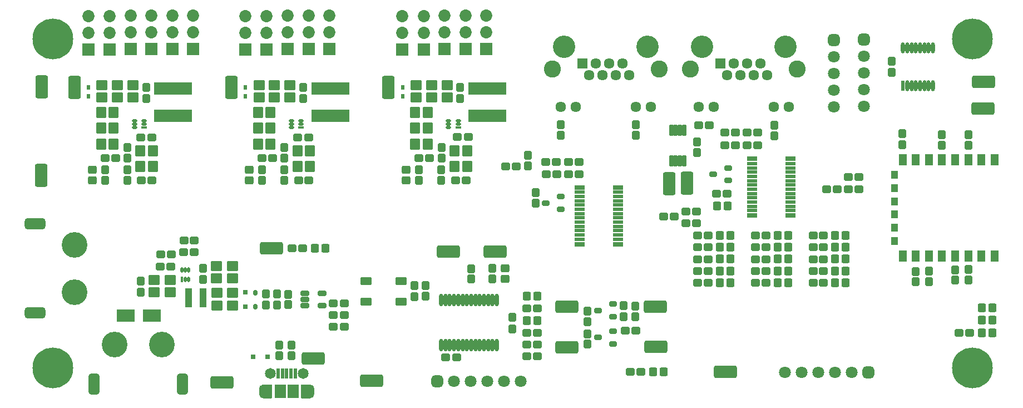
<source format=gts>
G04*
G04 #@! TF.GenerationSoftware,Altium Limited,Altium Designer,22.4.2 (48)*
G04*
G04 Layer_Color=8388736*
%FSLAX44Y44*%
%MOMM*%
G71*
G04*
G04 #@! TF.SameCoordinates,B701488B-7258-471B-98CB-2349E65484A3*
G04*
G04*
G04 #@! TF.FilePolarity,Negative*
G04*
G01*
G75*
%ADD54C,0.7032*%
%ADD55O,0.6532X1.9032*%
%ADD56R,1.5532X0.6032*%
%ADD57R,1.5532X0.8032*%
G04:AMPARAMS|DCode=58|XSize=3.5032mm|YSize=1.9032mm|CornerRadius=0.3141mm|HoleSize=0mm|Usage=FLASHONLY|Rotation=180.000|XOffset=0mm|YOffset=0mm|HoleType=Round|Shape=RoundedRectangle|*
%AMROUNDEDRECTD58*
21,1,3.5032,1.2750,0,0,180.0*
21,1,2.8750,1.9032,0,0,180.0*
1,1,0.6282,-1.4375,0.6375*
1,1,0.6282,1.4375,0.6375*
1,1,0.6282,1.4375,-0.6375*
1,1,0.6282,-1.4375,-0.6375*
%
%ADD58ROUNDEDRECTD58*%
G04:AMPARAMS|DCode=59|XSize=3.5032mm|YSize=1.9032mm|CornerRadius=0.3141mm|HoleSize=0mm|Usage=FLASHONLY|Rotation=90.000|XOffset=0mm|YOffset=0mm|HoleType=Round|Shape=RoundedRectangle|*
%AMROUNDEDRECTD59*
21,1,3.5032,1.2750,0,0,90.0*
21,1,2.8750,1.9032,0,0,90.0*
1,1,0.6282,0.6375,1.4375*
1,1,0.6282,0.6375,-1.4375*
1,1,0.6282,-0.6375,-1.4375*
1,1,0.6282,-0.6375,1.4375*
%
%ADD59ROUNDEDRECTD59*%
G04:AMPARAMS|DCode=60|XSize=1.2032mm|YSize=1.3032mm|CornerRadius=0.1766mm|HoleSize=0mm|Usage=FLASHONLY|Rotation=180.000|XOffset=0mm|YOffset=0mm|HoleType=Round|Shape=RoundedRectangle|*
%AMROUNDEDRECTD60*
21,1,1.2032,0.9500,0,0,180.0*
21,1,0.8500,1.3032,0,0,180.0*
1,1,0.3532,-0.4250,0.4750*
1,1,0.3532,0.4250,0.4750*
1,1,0.3532,0.4250,-0.4750*
1,1,0.3532,-0.4250,-0.4750*
%
%ADD60ROUNDEDRECTD60*%
G04:AMPARAMS|DCode=61|XSize=1.2032mm|YSize=1.3032mm|CornerRadius=0.1766mm|HoleSize=0mm|Usage=FLASHONLY|Rotation=90.000|XOffset=0mm|YOffset=0mm|HoleType=Round|Shape=RoundedRectangle|*
%AMROUNDEDRECTD61*
21,1,1.2032,0.9500,0,0,90.0*
21,1,0.8500,1.3032,0,0,90.0*
1,1,0.3532,0.4750,0.4250*
1,1,0.3532,0.4750,-0.4250*
1,1,0.3532,-0.4750,-0.4250*
1,1,0.3532,-0.4750,0.4250*
%
%ADD61ROUNDEDRECTD61*%
%ADD62R,1.1032X1.2032*%
%ADD63R,1.2032X1.8032*%
%ADD64R,0.6032X1.5532*%
%ADD65R,1.7032X2.1032*%
%ADD66R,0.8200X0.4500*%
%ADD67O,0.8200X0.4500*%
%ADD68O,0.6000X1.6500*%
%ADD69R,0.6000X1.6500*%
G04:AMPARAMS|DCode=70|XSize=1.3032mm|YSize=1.2032mm|CornerRadius=0.1766mm|HoleSize=0mm|Usage=FLASHONLY|Rotation=270.000|XOffset=0mm|YOffset=0mm|HoleType=Round|Shape=RoundedRectangle|*
%AMROUNDEDRECTD70*
21,1,1.3032,0.8500,0,0,270.0*
21,1,0.9500,1.2032,0,0,270.0*
1,1,0.3532,-0.4250,-0.4750*
1,1,0.3532,-0.4250,0.4750*
1,1,0.3532,0.4250,0.4750*
1,1,0.3532,0.4250,-0.4750*
%
%ADD70ROUNDEDRECTD70*%
%ADD71R,0.7932X0.6532*%
G04:AMPARAMS|DCode=72|XSize=0.7932mm|YSize=0.6532mm|CornerRadius=0.1354mm|HoleSize=0mm|Usage=FLASHONLY|Rotation=90.000|XOffset=0mm|YOffset=0mm|HoleType=Round|Shape=RoundedRectangle|*
%AMROUNDEDRECTD72*
21,1,0.7932,0.3825,0,0,90.0*
21,1,0.5225,0.6532,0,0,90.0*
1,1,0.2707,0.1913,0.2612*
1,1,0.2707,0.1913,-0.2612*
1,1,0.2707,-0.1913,-0.2612*
1,1,0.2707,-0.1913,0.2612*
%
%ADD72ROUNDEDRECTD72*%
G04:AMPARAMS|DCode=73|XSize=1.3032mm|YSize=1.2032mm|CornerRadius=0.2016mm|HoleSize=0mm|Usage=FLASHONLY|Rotation=270.000|XOffset=0mm|YOffset=0mm|HoleType=Round|Shape=RoundedRectangle|*
%AMROUNDEDRECTD73*
21,1,1.3032,0.8000,0,0,270.0*
21,1,0.9000,1.2032,0,0,270.0*
1,1,0.4032,-0.4000,-0.4500*
1,1,0.4032,-0.4000,0.4500*
1,1,0.4032,0.4000,0.4500*
1,1,0.4032,0.4000,-0.4500*
%
%ADD73ROUNDEDRECTD73*%
G04:AMPARAMS|DCode=74|XSize=0.8032mm|YSize=1.1032mm|CornerRadius=0.1466mm|HoleSize=0mm|Usage=FLASHONLY|Rotation=270.000|XOffset=0mm|YOffset=0mm|HoleType=Round|Shape=RoundedRectangle|*
%AMROUNDEDRECTD74*
21,1,0.8032,0.8100,0,0,270.0*
21,1,0.5100,1.1032,0,0,270.0*
1,1,0.2932,-0.4050,-0.2550*
1,1,0.2932,-0.4050,0.2550*
1,1,0.2932,0.4050,0.2550*
1,1,0.2932,0.4050,-0.2550*
%
%ADD74ROUNDEDRECTD74*%
G04:AMPARAMS|DCode=75|XSize=1.3032mm|YSize=0.8032mm|CornerRadius=0.1316mm|HoleSize=0mm|Usage=FLASHONLY|Rotation=0.000|XOffset=0mm|YOffset=0mm|HoleType=Round|Shape=RoundedRectangle|*
%AMROUNDEDRECTD75*
21,1,1.3032,0.5400,0,0,0.0*
21,1,1.0400,0.8032,0,0,0.0*
1,1,0.2632,0.5200,-0.2700*
1,1,0.2632,-0.5200,-0.2700*
1,1,0.2632,-0.5200,0.2700*
1,1,0.2632,0.5200,0.2700*
%
%ADD75ROUNDEDRECTD75*%
%ADD76R,0.4500X0.8200*%
%ADD77O,0.4500X0.8200*%
G04:AMPARAMS|DCode=78|XSize=0.6mm|YSize=1.7mm|CornerRadius=0.1245mm|HoleSize=0mm|Usage=FLASHONLY|Rotation=180.000|XOffset=0mm|YOffset=0mm|HoleType=Round|Shape=RoundedRectangle|*
%AMROUNDEDRECTD78*
21,1,0.6000,1.4510,0,0,180.0*
21,1,0.3510,1.7000,0,0,180.0*
1,1,0.2490,-0.1755,0.7255*
1,1,0.2490,0.1755,0.7255*
1,1,0.2490,0.1755,-0.7255*
1,1,0.2490,-0.1755,-0.7255*
%
%ADD78ROUNDEDRECTD78*%
G04:AMPARAMS|DCode=79|XSize=1.3032mm|YSize=1.2032mm|CornerRadius=0.1766mm|HoleSize=0mm|Usage=FLASHONLY|Rotation=0.000|XOffset=0mm|YOffset=0mm|HoleType=Round|Shape=RoundedRectangle|*
%AMROUNDEDRECTD79*
21,1,1.3032,0.8500,0,0,0.0*
21,1,0.9500,1.2032,0,0,0.0*
1,1,0.3532,0.4750,-0.4250*
1,1,0.3532,-0.4750,-0.4250*
1,1,0.3532,-0.4750,0.4250*
1,1,0.3532,0.4750,0.4250*
%
%ADD79ROUNDEDRECTD79*%
G04:AMPARAMS|DCode=80|XSize=1.5032mm|YSize=1.7032mm|CornerRadius=0.1991mm|HoleSize=0mm|Usage=FLASHONLY|Rotation=0.000|XOffset=0mm|YOffset=0mm|HoleType=Round|Shape=RoundedRectangle|*
%AMROUNDEDRECTD80*
21,1,1.5032,1.3050,0,0,0.0*
21,1,1.1050,1.7032,0,0,0.0*
1,1,0.3982,0.5525,-0.6525*
1,1,0.3982,-0.5525,-0.6525*
1,1,0.3982,-0.5525,0.6525*
1,1,0.3982,0.5525,0.6525*
%
%ADD80ROUNDEDRECTD80*%
G04:AMPARAMS|DCode=81|XSize=1.3032mm|YSize=1.2032mm|CornerRadius=0.2016mm|HoleSize=0mm|Usage=FLASHONLY|Rotation=180.000|XOffset=0mm|YOffset=0mm|HoleType=Round|Shape=RoundedRectangle|*
%AMROUNDEDRECTD81*
21,1,1.3032,0.8000,0,0,180.0*
21,1,0.9000,1.2032,0,0,180.0*
1,1,0.4032,-0.4500,0.4000*
1,1,0.4032,0.4500,0.4000*
1,1,0.4032,0.4500,-0.4000*
1,1,0.4032,-0.4500,-0.4000*
%
%ADD81ROUNDEDRECTD81*%
%ADD82R,0.6032X0.6832*%
G04:AMPARAMS|DCode=83|XSize=1.5032mm|YSize=1.7032mm|CornerRadius=0.1991mm|HoleSize=0mm|Usage=FLASHONLY|Rotation=90.000|XOffset=0mm|YOffset=0mm|HoleType=Round|Shape=RoundedRectangle|*
%AMROUNDEDRECTD83*
21,1,1.5032,1.3050,0,0,90.0*
21,1,1.1050,1.7032,0,0,90.0*
1,1,0.3982,0.6525,0.5525*
1,1,0.3982,0.6525,-0.5525*
1,1,0.3982,-0.6525,-0.5525*
1,1,0.3982,-0.6525,0.5525*
%
%ADD83ROUNDEDRECTD83*%
%ADD84R,5.8032X1.8532*%
%ADD85R,1.0032X2.9032*%
G04:AMPARAMS|DCode=86|XSize=1.75mm|YSize=1.2mm|CornerRadius=0.175mm|HoleSize=0mm|Usage=FLASHONLY|Rotation=0.000|XOffset=0mm|YOffset=0mm|HoleType=Round|Shape=RoundedRectangle|*
%AMROUNDEDRECTD86*
21,1,1.7500,0.8500,0,0,0.0*
21,1,1.4000,1.2000,0,0,0.0*
1,1,0.3500,0.7000,-0.4250*
1,1,0.3500,-0.7000,-0.4250*
1,1,0.3500,-0.7000,0.4250*
1,1,0.3500,0.7000,0.4250*
%
%ADD86ROUNDEDRECTD86*%
%ADD87R,0.6532X0.7932*%
%ADD88R,2.7032X1.9032*%
%ADD89C,1.6112*%
%ADD90R,1.6112X1.6112*%
%ADD91C,2.6032*%
%ADD92C,3.4032*%
%ADD93C,1.8000*%
G04:AMPARAMS|DCode=94|XSize=1.8mm|YSize=1.8mm|CornerRadius=0.5mm|HoleSize=0mm|Usage=FLASHONLY|Rotation=180.000|XOffset=0mm|YOffset=0mm|HoleType=Round|Shape=RoundedRectangle|*
%AMROUNDEDRECTD94*
21,1,1.8000,0.8000,0,0,180.0*
21,1,0.8000,1.8000,0,0,180.0*
1,1,1.0000,-0.4000,0.4000*
1,1,1.0000,0.4000,0.4000*
1,1,1.0000,0.4000,-0.4000*
1,1,1.0000,-0.4000,-0.4000*
%
%ADD94ROUNDEDRECTD94*%
%ADD95C,1.6532*%
G04:AMPARAMS|DCode=96|XSize=1.8mm|YSize=1.8mm|CornerRadius=0.5mm|HoleSize=0mm|Usage=FLASHONLY|Rotation=270.000|XOffset=0mm|YOffset=0mm|HoleType=Round|Shape=RoundedRectangle|*
%AMROUNDEDRECTD96*
21,1,1.8000,0.8000,0,0,270.0*
21,1,0.8000,1.8000,0,0,270.0*
1,1,1.0000,-0.4000,-0.4000*
1,1,1.0000,-0.4000,0.4000*
1,1,1.0000,0.4000,0.4000*
1,1,1.0000,0.4000,-0.4000*
%
%ADD96ROUNDEDRECTD96*%
%ADD97C,3.9032*%
G04:AMPARAMS|DCode=98|XSize=1.7032mm|YSize=3.2032mm|CornerRadius=0.4766mm|HoleSize=0mm|Usage=FLASHONLY|Rotation=90.000|XOffset=0mm|YOffset=0mm|HoleType=Round|Shape=RoundedRectangle|*
%AMROUNDEDRECTD98*
21,1,1.7032,2.2500,0,0,90.0*
21,1,0.7500,3.2032,0,0,90.0*
1,1,0.9532,1.1250,0.3750*
1,1,0.9532,1.1250,-0.3750*
1,1,0.9532,-1.1250,-0.3750*
1,1,0.9532,-1.1250,0.3750*
%
%ADD98ROUNDEDRECTD98*%
G04:AMPARAMS|DCode=99|XSize=1.7032mm|YSize=3.2032mm|CornerRadius=0.4766mm|HoleSize=0mm|Usage=FLASHONLY|Rotation=180.000|XOffset=0mm|YOffset=0mm|HoleType=Round|Shape=RoundedRectangle|*
%AMROUNDEDRECTD99*
21,1,1.7032,2.2500,0,0,180.0*
21,1,0.7500,3.2032,0,0,180.0*
1,1,0.9532,-0.3750,1.1250*
1,1,0.9532,0.3750,1.1250*
1,1,0.9532,0.3750,-1.1250*
1,1,0.9532,-0.3750,-1.1250*
%
%ADD99ROUNDEDRECTD99*%
%ADD100C,6.2032*%
%ADD101R,1.8532X1.8532*%
%ADD102C,1.8532*%
G36*
X482933Y125409D02*
X483064Y125384D01*
X483190Y125341D01*
X483309Y125282D01*
X483420Y125208D01*
X483520Y125120D01*
X483608Y125020D01*
X483682Y124909D01*
X483741Y124790D01*
X483783Y124663D01*
X483810Y124533D01*
X483818Y124400D01*
Y105400D01*
X483810Y105267D01*
X483783Y105136D01*
X483741Y105010D01*
X483682Y104891D01*
X483608Y104780D01*
X483520Y104680D01*
X483420Y104592D01*
X483309Y104518D01*
X483190Y104459D01*
X483064Y104417D01*
X482933Y104390D01*
X482800Y104382D01*
X469800D01*
X469667Y104390D01*
X469537Y104417D01*
X469410Y104459D01*
X469291Y104518D01*
X469180Y104592D01*
X469080Y104680D01*
X468992Y104780D01*
X468918Y104891D01*
X468859Y105010D01*
X468816Y105136D01*
X468791Y105267D01*
X468782Y105400D01*
Y109382D01*
X464800D01*
X464667Y109390D01*
X464537Y109416D01*
X464411Y109459D01*
X464352Y109488D01*
X464291Y109518D01*
X464180Y109592D01*
X464080Y109680D01*
Y109680D01*
X464080D01*
X463993Y109780D01*
X463918Y109891D01*
X463889Y109951D01*
X463859Y110010D01*
X463817Y110136D01*
X463791Y110267D01*
X463782Y110400D01*
X463782Y119400D01*
Y119400D01*
D01*
X463791Y119533D01*
X463816Y119663D01*
X463859Y119790D01*
X463888Y119848D01*
X463918Y119909D01*
X463992Y120020D01*
X464080Y120120D01*
X464080D01*
Y120120D01*
X464180Y120208D01*
X464291Y120282D01*
X464351Y120312D01*
X464410Y120341D01*
X464537Y120384D01*
X464667Y120409D01*
X464800Y120418D01*
D01*
X464800D01*
X468782D01*
Y124400D01*
X468791Y124533D01*
X468816Y124663D01*
X468859Y124790D01*
X468918Y124909D01*
X468992Y125020D01*
X469080Y125120D01*
X469180Y125208D01*
X469291Y125282D01*
X469410Y125341D01*
X469537Y125384D01*
X469667Y125409D01*
X469800Y125418D01*
X482800D01*
X482933Y125409D01*
D02*
G37*
G36*
X541933D02*
X542064Y125384D01*
X542190Y125341D01*
X542309Y125282D01*
X542420Y125208D01*
X542520Y125120D01*
X542608Y125020D01*
X542682Y124909D01*
X542741Y124790D01*
X542784Y124663D01*
X542809Y124533D01*
X542818Y124400D01*
Y120419D01*
X546800D01*
X546933Y120410D01*
X547063Y120384D01*
X547189Y120341D01*
X547248Y120312D01*
X547309Y120282D01*
X547420Y120208D01*
X547520Y120120D01*
Y120120D01*
X547520D01*
X547608Y120020D01*
X547682Y119909D01*
X547711Y119849D01*
X547741Y119790D01*
X547783Y119664D01*
X547809Y119533D01*
X547818Y119400D01*
X547818Y110400D01*
Y110400D01*
D01*
X547809Y110267D01*
X547784Y110136D01*
X547741Y110010D01*
X547712Y109951D01*
X547682Y109891D01*
X547608Y109780D01*
X547520Y109680D01*
X547520D01*
Y109680D01*
X547420Y109592D01*
X547309Y109518D01*
X547249Y109488D01*
X547190Y109459D01*
X547064Y109417D01*
X546933Y109390D01*
X546800Y109382D01*
D01*
X546800D01*
X542818D01*
Y105400D01*
X542809Y105267D01*
X542784Y105136D01*
X542741Y105010D01*
X542682Y104891D01*
X542608Y104780D01*
X542520Y104680D01*
X542420Y104592D01*
X542309Y104518D01*
X542190Y104459D01*
X542064Y104417D01*
X541933Y104390D01*
X541800Y104382D01*
X528800D01*
X528667Y104390D01*
X528536Y104417D01*
X528410Y104459D01*
X528291Y104518D01*
X528180Y104592D01*
X528080Y104680D01*
X527992Y104780D01*
X527918Y104891D01*
X527859Y105010D01*
X527817Y105136D01*
X527791Y105267D01*
X527782Y105400D01*
Y124400D01*
X527791Y124533D01*
X527817Y124663D01*
X527859Y124790D01*
X527918Y124909D01*
X527992Y125020D01*
X528080Y125120D01*
X528180Y125208D01*
X528291Y125282D01*
X528410Y125341D01*
X528536Y125384D01*
X528667Y125409D01*
X528800Y125418D01*
X541800D01*
X541933Y125409D01*
D02*
G37*
D54*
X472300Y110400D02*
G03*
X472300Y110400I-2500J0D01*
G01*
Y119400D02*
G03*
X472300Y119400I-2500J0D01*
G01*
X544300Y110400D02*
G03*
X544300Y110400I-2500J0D01*
G01*
Y119400D02*
G03*
X544300Y119400I-2500J0D01*
G01*
D55*
X825496Y185549D02*
D03*
Y253549D02*
D03*
X818996Y185549D02*
D03*
Y253549D02*
D03*
X812496Y185549D02*
D03*
Y253549D02*
D03*
X805996Y185549D02*
D03*
Y253549D02*
D03*
X799496Y185549D02*
D03*
Y253549D02*
D03*
X792996Y185549D02*
D03*
Y253549D02*
D03*
X786496Y185549D02*
D03*
Y253549D02*
D03*
X779996Y185549D02*
D03*
Y253549D02*
D03*
X773496Y185549D02*
D03*
Y253549D02*
D03*
X766996Y185549D02*
D03*
Y253549D02*
D03*
X760496Y185549D02*
D03*
Y253549D02*
D03*
X753996Y185549D02*
D03*
Y253549D02*
D03*
X747496Y185549D02*
D03*
Y253549D02*
D03*
X740996Y185549D02*
D03*
Y253549D02*
D03*
D56*
X1010259Y404758D02*
D03*
Y411258D02*
D03*
Y417758D02*
D03*
Y398258D02*
D03*
Y391758D02*
D03*
X951758D02*
D03*
Y398258D02*
D03*
Y417758D02*
D03*
Y411258D02*
D03*
Y404758D02*
D03*
Y385258D02*
D03*
Y378758D02*
D03*
Y372258D02*
D03*
Y365758D02*
D03*
Y346258D02*
D03*
Y352757D02*
D03*
Y359258D02*
D03*
X1010259D02*
D03*
Y352757D02*
D03*
Y346258D02*
D03*
Y365758D02*
D03*
Y372258D02*
D03*
Y378758D02*
D03*
Y385258D02*
D03*
X1272259Y448258D02*
D03*
Y454758D02*
D03*
Y461258D02*
D03*
Y441758D02*
D03*
Y435258D02*
D03*
X1213758D02*
D03*
Y441758D02*
D03*
Y461258D02*
D03*
Y454758D02*
D03*
Y448258D02*
D03*
Y428758D02*
D03*
Y422258D02*
D03*
Y415758D02*
D03*
Y409258D02*
D03*
Y389757D02*
D03*
Y396258D02*
D03*
Y402758D02*
D03*
X1272259D02*
D03*
Y396258D02*
D03*
Y389757D02*
D03*
Y409258D02*
D03*
Y415758D02*
D03*
Y422258D02*
D03*
Y428758D02*
D03*
D57*
X951758Y425258D02*
D03*
Y338758D02*
D03*
X1010259D02*
D03*
Y425258D02*
D03*
X1213758Y468758D02*
D03*
Y382258D02*
D03*
X1272259D02*
D03*
Y468758D02*
D03*
D58*
X822750Y327250D02*
D03*
X752000D02*
D03*
X1066500Y244000D02*
D03*
X1067500Y183000D02*
D03*
X932500Y244000D02*
D03*
Y182000D02*
D03*
X546000Y165000D02*
D03*
X483050Y332950D02*
D03*
X1565500Y545250D02*
D03*
X1173750Y145000D02*
D03*
X407500Y128750D02*
D03*
X634750Y130750D02*
D03*
X1566200Y585550D02*
D03*
D59*
X1114750Y431250D02*
D03*
X1088200Y430950D02*
D03*
X133000Y578000D02*
D03*
X421584Y577496D02*
D03*
X182542D02*
D03*
X660626D02*
D03*
X132450Y443700D02*
D03*
D60*
X1037390Y504180D02*
D03*
Y520180D02*
D03*
X922890Y504680D02*
D03*
Y520680D02*
D03*
X508390Y246680D02*
D03*
Y262680D02*
D03*
X1543390Y300180D02*
D03*
Y284180D02*
D03*
X1523390Y299930D02*
D03*
Y283930D02*
D03*
X873360Y458070D02*
D03*
Y474070D02*
D03*
X1130110Y478070D02*
D03*
Y494070D02*
D03*
X1247640Y519930D02*
D03*
Y503930D02*
D03*
X468210Y451560D02*
D03*
Y435560D02*
D03*
X263424Y469928D02*
D03*
Y485928D02*
D03*
X263170Y435638D02*
D03*
Y451638D02*
D03*
X502212Y435638D02*
D03*
Y451638D02*
D03*
X502466Y469928D02*
D03*
Y485928D02*
D03*
X229168Y451560D02*
D03*
Y435560D02*
D03*
X741508Y469928D02*
D03*
Y485928D02*
D03*
X707252Y451560D02*
D03*
Y435560D02*
D03*
X741254Y435638D02*
D03*
Y451638D02*
D03*
X786390Y285680D02*
D03*
Y301680D02*
D03*
X819140Y285930D02*
D03*
Y301930D02*
D03*
X494890Y169430D02*
D03*
Y185430D02*
D03*
X512890Y169430D02*
D03*
Y185430D02*
D03*
X717360Y276070D02*
D03*
Y260070D02*
D03*
X963610Y202570D02*
D03*
Y186570D02*
D03*
X963500Y221000D02*
D03*
Y237000D02*
D03*
X1503140Y489430D02*
D03*
Y505430D02*
D03*
X1483360Y297570D02*
D03*
Y281570D02*
D03*
X1543140Y489430D02*
D03*
Y505430D02*
D03*
X1036610Y244570D02*
D03*
Y228570D02*
D03*
X1463140Y281430D02*
D03*
Y297430D02*
D03*
X884890Y401430D02*
D03*
Y417430D02*
D03*
D61*
X1376930Y422610D02*
D03*
X1360930D02*
D03*
X1172820Y489640D02*
D03*
X1188820D02*
D03*
X1206570D02*
D03*
X1222570D02*
D03*
X1129180Y370610D02*
D03*
X1113180D02*
D03*
X900570Y445140D02*
D03*
X916570D02*
D03*
X935070D02*
D03*
X951070D02*
D03*
X1360820Y440890D02*
D03*
X1376820D02*
D03*
X1188430Y508610D02*
D03*
X1172430D02*
D03*
X1222430D02*
D03*
X1206430D02*
D03*
X1113320Y388890D02*
D03*
X1129320D02*
D03*
X916430Y463610D02*
D03*
X900430D02*
D03*
X950750Y463500D02*
D03*
X934750D02*
D03*
X855320Y457390D02*
D03*
X839320D02*
D03*
X1146930Y279860D02*
D03*
X1130930D02*
D03*
X1146930Y297860D02*
D03*
X1130930D02*
D03*
X1146930Y315860D02*
D03*
X1130930D02*
D03*
X1146930Y333860D02*
D03*
X1130930D02*
D03*
X1146930Y351860D02*
D03*
X1130930D02*
D03*
X1234930Y279860D02*
D03*
X1218930D02*
D03*
X1234930Y297860D02*
D03*
X1218930D02*
D03*
X1234930Y315860D02*
D03*
X1218930D02*
D03*
X1234930Y333860D02*
D03*
X1218930D02*
D03*
X1234930Y351860D02*
D03*
X1218930D02*
D03*
X1322930Y279860D02*
D03*
X1306930D02*
D03*
X1322930Y297860D02*
D03*
X1306930D02*
D03*
X1322930Y315860D02*
D03*
X1306930D02*
D03*
X1322930Y333860D02*
D03*
X1306930D02*
D03*
X1322930Y351860D02*
D03*
X1306930D02*
D03*
X1175930Y415360D02*
D03*
X1159930D02*
D03*
X1529320Y203640D02*
D03*
X1545320D02*
D03*
X1132820Y519890D02*
D03*
X1148820D02*
D03*
X539742Y435796D02*
D03*
X523742D02*
D03*
X300700D02*
D03*
X284700D02*
D03*
X468272Y470120D02*
D03*
X484272D02*
D03*
X229230D02*
D03*
X245230D02*
D03*
X778784Y435796D02*
D03*
X762784D02*
D03*
X707314Y470120D02*
D03*
X723314D02*
D03*
X871180Y204010D02*
D03*
X887180D02*
D03*
X871180Y241010D02*
D03*
X887180D02*
D03*
X871180Y186010D02*
D03*
X887180D02*
D03*
X871180Y168010D02*
D03*
X887180D02*
D03*
X313680Y304610D02*
D03*
X329680D02*
D03*
X349180Y326610D02*
D03*
X365180D02*
D03*
X330070Y323140D02*
D03*
X314070D02*
D03*
X365320Y344390D02*
D03*
X349320D02*
D03*
X1044821Y145035D02*
D03*
X1028821D02*
D03*
X530320Y332890D02*
D03*
X514320D02*
D03*
X1020930Y207110D02*
D03*
X1036930D02*
D03*
X1095320Y380890D02*
D03*
X1079320D02*
D03*
X1343500Y422500D02*
D03*
X1327500D02*
D03*
D62*
X1431250Y344000D02*
D03*
Y364000D02*
D03*
Y384000D02*
D03*
Y404000D02*
D03*
Y424000D02*
D03*
Y444000D02*
D03*
D63*
X1443250Y467000D02*
D03*
X1463250D02*
D03*
X1483250D02*
D03*
X1503250D02*
D03*
X1523250D02*
D03*
X1543250D02*
D03*
X1563250D02*
D03*
X1583250D02*
D03*
Y321000D02*
D03*
X1563250D02*
D03*
X1543250D02*
D03*
X1523250D02*
D03*
X1503250D02*
D03*
X1483250D02*
D03*
X1463250D02*
D03*
X1443250D02*
D03*
D64*
X492800Y141900D02*
D03*
X499300D02*
D03*
X505800D02*
D03*
X512300D02*
D03*
X518800D02*
D03*
D65*
X495800Y114900D02*
D03*
X515800D02*
D03*
D66*
X288888Y516204D02*
D03*
X527930D02*
D03*
X766972D02*
D03*
D67*
X288888Y521204D02*
D03*
Y526204D02*
D03*
X274088Y516204D02*
D03*
Y521204D02*
D03*
Y526204D02*
D03*
X513130D02*
D03*
Y521204D02*
D03*
Y516204D02*
D03*
X527930Y526204D02*
D03*
Y521204D02*
D03*
X752172Y526204D02*
D03*
Y521204D02*
D03*
Y516204D02*
D03*
X766972Y526204D02*
D03*
Y521204D02*
D03*
D68*
X1489250Y637500D02*
D03*
X1482750D02*
D03*
X1476250D02*
D03*
X1469750D02*
D03*
X1463250D02*
D03*
X1456750D02*
D03*
X1450250D02*
D03*
X1443750D02*
D03*
X1489250Y579500D02*
D03*
X1482750D02*
D03*
X1476250D02*
D03*
X1469750D02*
D03*
X1463250D02*
D03*
X1456750D02*
D03*
X1450250D02*
D03*
D69*
X1443750D02*
D03*
D70*
X1426700Y617480D02*
D03*
Y600480D02*
D03*
X490800Y246520D02*
D03*
Y263520D02*
D03*
X473800Y246520D02*
D03*
Y263520D02*
D03*
X530866Y560306D02*
D03*
Y577306D02*
D03*
X291824Y560306D02*
D03*
Y577306D02*
D03*
X769908Y560306D02*
D03*
Y577306D02*
D03*
X848950Y227230D02*
D03*
Y210230D02*
D03*
X699950Y276230D02*
D03*
Y259230D02*
D03*
X284050Y265770D02*
D03*
Y282770D02*
D03*
X378450Y302230D02*
D03*
Y285230D02*
D03*
X1442950Y506730D02*
D03*
Y489730D02*
D03*
X1018800Y228270D02*
D03*
Y245270D02*
D03*
D71*
X476900Y167500D02*
D03*
X455100D02*
D03*
D72*
X458150Y243600D02*
D03*
Y264700D02*
D03*
D73*
X1165000Y280150D02*
D03*
X1181000D02*
D03*
X1253000D02*
D03*
X1269000D02*
D03*
X1340000D02*
D03*
X1356000D02*
D03*
X1165000Y298150D02*
D03*
X1181000D02*
D03*
X1253000D02*
D03*
X1269000D02*
D03*
X1340000D02*
D03*
X1356000D02*
D03*
X1165000Y316150D02*
D03*
X1181000D02*
D03*
X1253000D02*
D03*
X1269000D02*
D03*
X1340000D02*
D03*
X1356000D02*
D03*
X1165000Y334150D02*
D03*
X1181000D02*
D03*
X1253000D02*
D03*
X1269000D02*
D03*
X1340000D02*
D03*
X1356000D02*
D03*
X1165000Y352150D02*
D03*
X1181000D02*
D03*
X1253000D02*
D03*
X1269000D02*
D03*
X1340000D02*
D03*
X1356000D02*
D03*
X1176500Y396850D02*
D03*
X1160500D02*
D03*
X1580250Y203850D02*
D03*
X1564250D02*
D03*
X1579750Y242350D02*
D03*
X1563750D02*
D03*
X1580000Y223100D02*
D03*
X1564000D02*
D03*
X887250Y222500D02*
D03*
X871250D02*
D03*
X887250Y259500D02*
D03*
X871250D02*
D03*
X1079750Y144750D02*
D03*
X1063750D02*
D03*
X565000Y333000D02*
D03*
X549000D02*
D03*
D74*
X1154960Y445020D02*
D03*
X1177960Y454520D02*
D03*
Y435520D02*
D03*
X979500Y238000D02*
D03*
X1002500Y247500D02*
D03*
Y228500D02*
D03*
X979460Y196770D02*
D03*
X1002460Y206270D02*
D03*
Y187270D02*
D03*
X923000Y392000D02*
D03*
Y411000D02*
D03*
X900000Y401500D02*
D03*
D75*
X559500Y245250D02*
D03*
X533500Y264250D02*
D03*
Y254750D02*
D03*
Y245250D02*
D03*
X559500Y264250D02*
D03*
D76*
X346750Y285100D02*
D03*
D77*
X351750D02*
D03*
X356750D02*
D03*
X346750Y299900D02*
D03*
X351750D02*
D03*
X356750D02*
D03*
D78*
X1110680Y511750D02*
D03*
X1104180D02*
D03*
X1097680D02*
D03*
X1091180D02*
D03*
X1110680Y465250D02*
D03*
X1104180D02*
D03*
X1097680D02*
D03*
X1091180D02*
D03*
D79*
X522312Y501200D02*
D03*
X539312D02*
D03*
X283270D02*
D03*
X300270D02*
D03*
X765032Y501504D02*
D03*
X782032D02*
D03*
X764980Y166550D02*
D03*
X747980D02*
D03*
X576770Y212950D02*
D03*
X593770D02*
D03*
X576770Y230950D02*
D03*
X593770D02*
D03*
X576770Y248950D02*
D03*
X593770D02*
D03*
D80*
X522230Y456714D02*
D03*
X541230D02*
D03*
X522230Y480844D02*
D03*
X541230D02*
D03*
X481318Y490952D02*
D03*
X462318D02*
D03*
X481318Y515082D02*
D03*
X462318D02*
D03*
X481318Y538958D02*
D03*
X462318D02*
D03*
X242276Y490952D02*
D03*
X223276D02*
D03*
X242276Y515082D02*
D03*
X223276D02*
D03*
X242276Y538958D02*
D03*
X223276D02*
D03*
X283188Y456714D02*
D03*
X302188D02*
D03*
X283188Y480844D02*
D03*
X302188D02*
D03*
X720360Y515082D02*
D03*
X701360D02*
D03*
X720360Y538958D02*
D03*
X701360D02*
D03*
X720360Y490952D02*
D03*
X701360D02*
D03*
X761272Y480844D02*
D03*
X780272D02*
D03*
X761272Y456714D02*
D03*
X780272D02*
D03*
D81*
X448908Y451884D02*
D03*
Y435884D02*
D03*
X209866Y451884D02*
D03*
Y435884D02*
D03*
X687950Y451884D02*
D03*
Y435884D02*
D03*
X838650Y302000D02*
D03*
Y286000D02*
D03*
D82*
X443174Y563960D02*
D03*
Y577160D02*
D03*
X204132Y563960D02*
D03*
Y577160D02*
D03*
X682216Y563960D02*
D03*
Y577160D02*
D03*
D83*
X463642Y561626D02*
D03*
Y580626D02*
D03*
X487264Y561626D02*
D03*
Y580626D02*
D03*
X510886Y561626D02*
D03*
Y580626D02*
D03*
X271844Y561626D02*
D03*
Y580626D02*
D03*
X248222Y561626D02*
D03*
Y580626D02*
D03*
X224600Y561626D02*
D03*
Y580626D02*
D03*
X702684Y561626D02*
D03*
Y580626D02*
D03*
X726306Y561626D02*
D03*
Y580626D02*
D03*
X749928Y561626D02*
D03*
Y580626D02*
D03*
X399110Y305450D02*
D03*
Y286450D02*
D03*
X304390Y265550D02*
D03*
Y284550D02*
D03*
X328390Y265550D02*
D03*
Y284550D02*
D03*
X423110Y305450D02*
D03*
Y286450D02*
D03*
X423390Y245550D02*
D03*
Y264550D02*
D03*
X399390Y245550D02*
D03*
Y264550D02*
D03*
D84*
X572206Y534062D02*
D03*
Y575562D02*
D03*
X333164Y534062D02*
D03*
Y575562D02*
D03*
X811248Y534062D02*
D03*
Y575562D02*
D03*
D85*
X356750Y257500D02*
D03*
X378750D02*
D03*
D86*
X627000Y282900D02*
D03*
X679500D02*
D03*
X627000Y250900D02*
D03*
X679500D02*
D03*
D87*
X442750Y265400D02*
D03*
Y243600D02*
D03*
D88*
X301000Y230000D02*
D03*
X261000D02*
D03*
D89*
X1155970Y547800D02*
D03*
X1247370D02*
D03*
X1133070D02*
D03*
X1270270D02*
D03*
X1196570Y596000D02*
D03*
X1206770Y613800D02*
D03*
X1186370D02*
D03*
X1216970Y596000D02*
D03*
X1176170D02*
D03*
X1227170Y613800D02*
D03*
X1237370Y596000D02*
D03*
X945970Y548000D02*
D03*
X1037370D02*
D03*
X923070D02*
D03*
X1060270D02*
D03*
X986570Y596200D02*
D03*
X996770Y614000D02*
D03*
X976370D02*
D03*
X1006970Y596200D02*
D03*
X966170D02*
D03*
X1017170Y614000D02*
D03*
X1027370Y596200D02*
D03*
D90*
X1165970Y613800D02*
D03*
X955970Y614000D02*
D03*
D91*
X1120420Y604900D02*
D03*
X1282920D02*
D03*
X910420Y605100D02*
D03*
X1072920D02*
D03*
D92*
X1138170Y639200D02*
D03*
X1265170D02*
D03*
X928170Y639400D02*
D03*
X1055170D02*
D03*
D93*
X1263750Y144000D02*
D03*
X1289150D02*
D03*
X1339950D02*
D03*
X1365350D02*
D03*
X1314550D02*
D03*
X1338500Y547950D02*
D03*
Y598750D02*
D03*
Y624150D02*
D03*
Y573350D02*
D03*
X1384000Y548200D02*
D03*
Y599000D02*
D03*
Y624400D02*
D03*
Y573600D02*
D03*
X861600Y130000D02*
D03*
X836200D02*
D03*
X785400D02*
D03*
X760000D02*
D03*
X810800D02*
D03*
D94*
X1390750Y144000D02*
D03*
X734600Y130000D02*
D03*
D95*
X530800Y141900D02*
D03*
X480800D02*
D03*
D96*
X1338500Y649550D02*
D03*
X1384000Y649800D02*
D03*
D97*
X183000Y266000D02*
D03*
Y338000D02*
D03*
X316000Y186000D02*
D03*
X244000D02*
D03*
D98*
X123000Y234500D02*
D03*
Y369500D02*
D03*
D99*
X347500Y126000D02*
D03*
X212500D02*
D03*
D100*
X1549800Y150600D02*
D03*
Y650600D02*
D03*
X149800D02*
D03*
Y150600D02*
D03*
D101*
X362990Y635540D02*
D03*
X300144Y635330D02*
D03*
X331640Y635584D02*
D03*
X203878Y634822D02*
D03*
X236348Y635070D02*
D03*
X268140Y635330D02*
D03*
X539186D02*
D03*
X507182D02*
D03*
X442920Y634822D02*
D03*
X570682Y635584D02*
D03*
X475390Y635070D02*
D03*
X809724Y635584D02*
D03*
X778228Y635330D02*
D03*
X681962Y634822D02*
D03*
X714432Y635070D02*
D03*
X746224Y635330D02*
D03*
D102*
X362990Y660940D02*
D03*
Y686340D02*
D03*
X300144Y660730D02*
D03*
Y686130D02*
D03*
X331640Y660984D02*
D03*
Y686384D02*
D03*
X203878Y660222D02*
D03*
Y685622D02*
D03*
X236348Y660470D02*
D03*
Y685870D02*
D03*
X268140Y660730D02*
D03*
Y686130D02*
D03*
X539186Y660730D02*
D03*
Y686130D02*
D03*
X507182Y660730D02*
D03*
Y686130D02*
D03*
X442920Y660222D02*
D03*
Y685622D02*
D03*
X570682Y660984D02*
D03*
Y686384D02*
D03*
X475390Y660470D02*
D03*
Y685870D02*
D03*
X809724Y660984D02*
D03*
Y686384D02*
D03*
X778228Y660730D02*
D03*
Y686130D02*
D03*
X681962Y660222D02*
D03*
Y685622D02*
D03*
X714432Y660470D02*
D03*
Y685870D02*
D03*
X746224Y660730D02*
D03*
Y686130D02*
D03*
M02*

</source>
